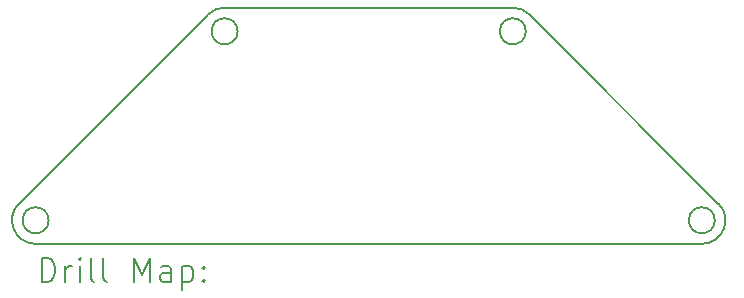
<source format=gbr>
%TF.GenerationSoftware,KiCad,Pcbnew,7.0.9*%
%TF.CreationDate,2024-06-22T15:00:02+09:00*%
%TF.ProjectId,PSU,5053552e-6b69-4636-9164-5f7063625858,rev?*%
%TF.SameCoordinates,Original*%
%TF.FileFunction,Drillmap*%
%TF.FilePolarity,Positive*%
%FSLAX45Y45*%
G04 Gerber Fmt 4.5, Leading zero omitted, Abs format (unit mm)*
G04 Created by KiCad (PCBNEW 7.0.9) date 2024-06-22 15:00:02*
%MOMM*%
%LPD*%
G01*
G04 APERTURE LIST*
%ADD10C,0.200000*%
G04 APERTURE END LIST*
D10*
X18170101Y-9677400D02*
G75*
G03*
X18170101Y-9677400I-110000J0D01*
G01*
X12278478Y-9535979D02*
G75*
G03*
X12419899Y-9877400I141422J-141421D01*
G01*
X18201523Y-9535979D02*
X16601522Y-7935978D01*
X16460101Y-7877400D02*
X14019899Y-7877400D01*
X18060101Y-9877401D02*
G75*
G03*
X18201523Y-9535979I-1J200001D01*
G01*
X16601522Y-7935979D02*
G75*
G03*
X16460101Y-7877400I-141422J-141421D01*
G01*
X14019899Y-7877399D02*
G75*
G03*
X13878478Y-7935978I1J-200001D01*
G01*
X13878478Y-7935978D02*
X12278477Y-9535979D01*
X16570101Y-8077400D02*
G75*
G03*
X16570101Y-8077400I-110000J0D01*
G01*
X12529899Y-9677400D02*
G75*
G03*
X12529899Y-9677400I-110000J0D01*
G01*
X12419899Y-9877400D02*
X18060101Y-9877400D01*
X14129899Y-8077400D02*
G75*
G03*
X14129899Y-8077400I-110000J0D01*
G01*
X12470677Y-10198884D02*
X12470677Y-9998884D01*
X12470677Y-9998884D02*
X12518296Y-9998884D01*
X12518296Y-9998884D02*
X12546867Y-10008408D01*
X12546867Y-10008408D02*
X12565915Y-10027455D01*
X12565915Y-10027455D02*
X12575439Y-10046503D01*
X12575439Y-10046503D02*
X12584962Y-10084598D01*
X12584962Y-10084598D02*
X12584962Y-10113170D01*
X12584962Y-10113170D02*
X12575439Y-10151265D01*
X12575439Y-10151265D02*
X12565915Y-10170312D01*
X12565915Y-10170312D02*
X12546867Y-10189360D01*
X12546867Y-10189360D02*
X12518296Y-10198884D01*
X12518296Y-10198884D02*
X12470677Y-10198884D01*
X12670677Y-10198884D02*
X12670677Y-10065550D01*
X12670677Y-10103646D02*
X12680201Y-10084598D01*
X12680201Y-10084598D02*
X12689724Y-10075074D01*
X12689724Y-10075074D02*
X12708772Y-10065550D01*
X12708772Y-10065550D02*
X12727820Y-10065550D01*
X12794486Y-10198884D02*
X12794486Y-10065550D01*
X12794486Y-9998884D02*
X12784962Y-10008408D01*
X12784962Y-10008408D02*
X12794486Y-10017931D01*
X12794486Y-10017931D02*
X12804010Y-10008408D01*
X12804010Y-10008408D02*
X12794486Y-9998884D01*
X12794486Y-9998884D02*
X12794486Y-10017931D01*
X12918296Y-10198884D02*
X12899248Y-10189360D01*
X12899248Y-10189360D02*
X12889724Y-10170312D01*
X12889724Y-10170312D02*
X12889724Y-9998884D01*
X13023058Y-10198884D02*
X13004010Y-10189360D01*
X13004010Y-10189360D02*
X12994486Y-10170312D01*
X12994486Y-10170312D02*
X12994486Y-9998884D01*
X13251629Y-10198884D02*
X13251629Y-9998884D01*
X13251629Y-9998884D02*
X13318296Y-10141741D01*
X13318296Y-10141741D02*
X13384962Y-9998884D01*
X13384962Y-9998884D02*
X13384962Y-10198884D01*
X13565915Y-10198884D02*
X13565915Y-10094122D01*
X13565915Y-10094122D02*
X13556391Y-10075074D01*
X13556391Y-10075074D02*
X13537343Y-10065550D01*
X13537343Y-10065550D02*
X13499248Y-10065550D01*
X13499248Y-10065550D02*
X13480201Y-10075074D01*
X13565915Y-10189360D02*
X13546867Y-10198884D01*
X13546867Y-10198884D02*
X13499248Y-10198884D01*
X13499248Y-10198884D02*
X13480201Y-10189360D01*
X13480201Y-10189360D02*
X13470677Y-10170312D01*
X13470677Y-10170312D02*
X13470677Y-10151265D01*
X13470677Y-10151265D02*
X13480201Y-10132217D01*
X13480201Y-10132217D02*
X13499248Y-10122693D01*
X13499248Y-10122693D02*
X13546867Y-10122693D01*
X13546867Y-10122693D02*
X13565915Y-10113170D01*
X13661153Y-10065550D02*
X13661153Y-10265550D01*
X13661153Y-10075074D02*
X13680201Y-10065550D01*
X13680201Y-10065550D02*
X13718296Y-10065550D01*
X13718296Y-10065550D02*
X13737343Y-10075074D01*
X13737343Y-10075074D02*
X13746867Y-10084598D01*
X13746867Y-10084598D02*
X13756391Y-10103646D01*
X13756391Y-10103646D02*
X13756391Y-10160789D01*
X13756391Y-10160789D02*
X13746867Y-10179836D01*
X13746867Y-10179836D02*
X13737343Y-10189360D01*
X13737343Y-10189360D02*
X13718296Y-10198884D01*
X13718296Y-10198884D02*
X13680201Y-10198884D01*
X13680201Y-10198884D02*
X13661153Y-10189360D01*
X13842105Y-10179836D02*
X13851629Y-10189360D01*
X13851629Y-10189360D02*
X13842105Y-10198884D01*
X13842105Y-10198884D02*
X13832582Y-10189360D01*
X13832582Y-10189360D02*
X13842105Y-10179836D01*
X13842105Y-10179836D02*
X13842105Y-10198884D01*
X13842105Y-10075074D02*
X13851629Y-10084598D01*
X13851629Y-10084598D02*
X13842105Y-10094122D01*
X13842105Y-10094122D02*
X13832582Y-10084598D01*
X13832582Y-10084598D02*
X13842105Y-10075074D01*
X13842105Y-10075074D02*
X13842105Y-10094122D01*
M02*

</source>
